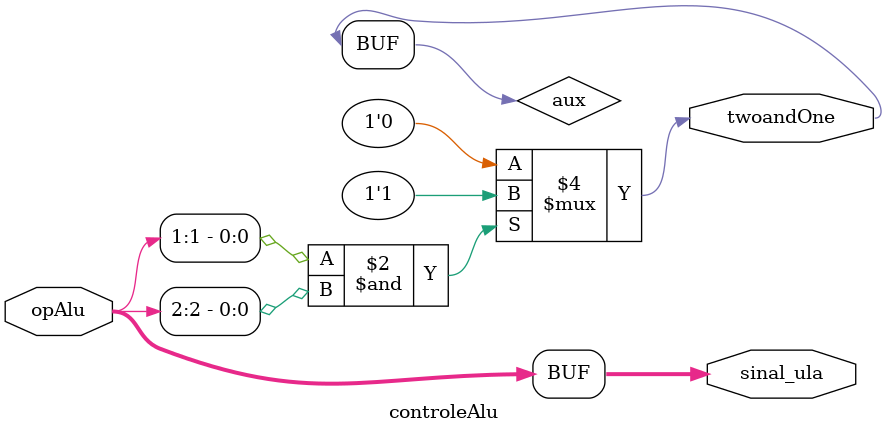
<source format=v>
module controleAlu (
    opAlu,
    twoandOne,
    sinal_ula
);

input[2:0] opAlu;
output wire twoandOne;
output wire[2:0] sinal_ula; 
reg aux;

always @(*)
    begin
        if (opAlu[1] & opAlu[2]) begin
            aux = 1;    
        end else begin
            aux = 0;
        end
    end

assign twoandOne = aux;
assign sinal_ula = opAlu;
endmodule

</source>
